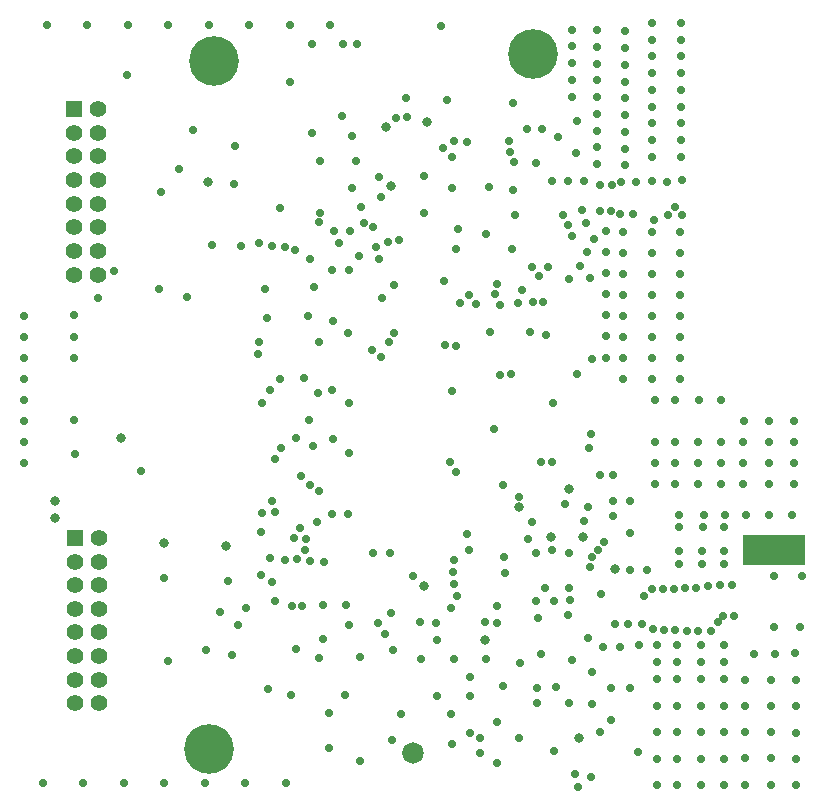
<source format=gbs>
G04*
G04 #@! TF.GenerationSoftware,Altium Limited,Altium Designer,19.1.6 (110)*
G04*
G04 Layer_Color=16711935*
%FSLAX43Y43*%
%MOMM*%
G71*
G01*
G75*
%ADD78R,5.283X2.616*%
%ADD112C,1.828*%
%ADD113C,1.403*%
%ADD114R,1.403X1.403*%
%ADD115C,4.203*%
%ADD116C,0.703*%
%ADD117C,0.803*%
D78*
X96500Y22013D02*
D03*
D112*
X65888Y4798D02*
D03*
D113*
X39300Y9000D02*
D03*
Y11000D02*
D03*
Y13000D02*
D03*
Y15000D02*
D03*
Y17000D02*
D03*
Y19000D02*
D03*
Y21000D02*
D03*
Y23000D02*
D03*
X37300Y9000D02*
D03*
Y11000D02*
D03*
Y13000D02*
D03*
Y15000D02*
D03*
Y17000D02*
D03*
Y19000D02*
D03*
Y21000D02*
D03*
X37200Y57300D02*
D03*
Y55300D02*
D03*
Y53300D02*
D03*
Y51300D02*
D03*
Y49300D02*
D03*
Y47300D02*
D03*
Y45300D02*
D03*
X39200Y59300D02*
D03*
Y57300D02*
D03*
Y55300D02*
D03*
Y53300D02*
D03*
Y51300D02*
D03*
Y49300D02*
D03*
Y47300D02*
D03*
Y45300D02*
D03*
D114*
X37300Y23000D02*
D03*
X37200Y59300D02*
D03*
D115*
X48600Y5150D02*
D03*
X49050Y63400D02*
D03*
X76100Y63950D02*
D03*
D116*
X46050Y54250D02*
D03*
X69850Y42850D02*
D03*
X40550Y45600D02*
D03*
X81750Y28300D02*
D03*
X81000Y31800D02*
D03*
X82034Y22647D02*
D03*
X81050Y21350D02*
D03*
X79100Y21750D02*
D03*
X77700Y21950D02*
D03*
X76350Y21700D02*
D03*
X75600Y22900D02*
D03*
X57950Y49750D02*
D03*
X57150Y27500D02*
D03*
X56350Y23850D02*
D03*
X56850Y22950D02*
D03*
X55850Y23000D02*
D03*
X57750Y24350D02*
D03*
X54250Y29700D02*
D03*
X56000Y31500D02*
D03*
X79350Y60371D02*
D03*
Y61788D02*
D03*
Y63206D02*
D03*
Y64624D02*
D03*
Y66041D02*
D03*
X81450Y65991D02*
D03*
Y64574D02*
D03*
Y63156D02*
D03*
Y61738D02*
D03*
Y60321D02*
D03*
Y58903D02*
D03*
Y57485D02*
D03*
Y56068D02*
D03*
Y54650D02*
D03*
X82200Y41833D02*
D03*
Y45392D02*
D03*
Y47171D02*
D03*
Y48950D02*
D03*
Y43612D02*
D03*
Y40054D02*
D03*
Y38275D02*
D03*
X79807Y58267D02*
D03*
X76850Y57650D02*
D03*
X65307Y60217D02*
D03*
X68257Y66317D02*
D03*
X55457Y61567D02*
D03*
X58050Y54950D02*
D03*
X57307Y57317D02*
D03*
X81000Y2800D02*
D03*
X69157Y8117D02*
D03*
X64907D02*
D03*
X58307Y14467D02*
D03*
X56007Y13617D02*
D03*
X45157Y12617D02*
D03*
X49557Y16767D02*
D03*
X50257Y19367D02*
D03*
X37157Y33017D02*
D03*
Y38217D02*
D03*
Y40017D02*
D03*
Y41867D02*
D03*
X48857Y47817D02*
D03*
X51350Y47750D02*
D03*
X54000D02*
D03*
X61100Y54900D02*
D03*
X54600Y50900D02*
D03*
X41657Y62167D02*
D03*
X32950Y34683D02*
D03*
Y38242D02*
D03*
Y40021D02*
D03*
Y41800D02*
D03*
Y36462D02*
D03*
Y32904D02*
D03*
Y31125D02*
D03*
Y29346D02*
D03*
X83700Y36446D02*
D03*
X86150D02*
D03*
X83700Y38225D02*
D03*
X88500D02*
D03*
X86150Y40004D02*
D03*
X83700D02*
D03*
X86150Y45342D02*
D03*
X83700Y43562D02*
D03*
X88500Y45342D02*
D03*
X86150Y47121D02*
D03*
X88500Y41783D02*
D03*
X86150D02*
D03*
X88500Y43562D02*
D03*
X86150Y48900D02*
D03*
X83700D02*
D03*
Y47121D02*
D03*
X34900Y66417D02*
D03*
X38329D02*
D03*
X41757D02*
D03*
X45186D02*
D03*
X48614D02*
D03*
X52043D02*
D03*
X55471D02*
D03*
X58900D02*
D03*
X55121Y2267D02*
D03*
X51693D02*
D03*
X48264D02*
D03*
X44836D02*
D03*
X41407D02*
D03*
X37979D02*
D03*
X34550D02*
D03*
X86400Y34667D02*
D03*
X88100D02*
D03*
X90100D02*
D03*
X92000D02*
D03*
X93900Y32887D02*
D03*
X96050D02*
D03*
X98150D02*
D03*
X86350Y31108D02*
D03*
X88050D02*
D03*
X90050D02*
D03*
X92000D02*
D03*
X93850D02*
D03*
X96000D02*
D03*
X98200D02*
D03*
Y29329D02*
D03*
X96000D02*
D03*
X93850D02*
D03*
X92000D02*
D03*
X90050D02*
D03*
X88050D02*
D03*
X86350D02*
D03*
X98200Y27550D02*
D03*
X96000D02*
D03*
X93850D02*
D03*
X92000D02*
D03*
X90050D02*
D03*
X88050D02*
D03*
X86350D02*
D03*
X86550Y2050D02*
D03*
X88250D02*
D03*
X90250D02*
D03*
X92200D02*
D03*
X94050Y2100D02*
D03*
X96200D02*
D03*
X98350D02*
D03*
X86550Y4300D02*
D03*
X88250D02*
D03*
X90250D02*
D03*
X92200D02*
D03*
X94050Y4325D02*
D03*
X96200D02*
D03*
X98350Y4312D02*
D03*
X88500Y36446D02*
D03*
X62450Y38950D02*
D03*
X60700Y57000D02*
D03*
X59200Y49000D02*
D03*
X61500Y51050D02*
D03*
X61750Y49700D02*
D03*
X60550Y49000D02*
D03*
X62538Y49350D02*
D03*
X63750Y48050D02*
D03*
X61350Y46850D02*
D03*
X60750Y52650D02*
D03*
X63200Y51850D02*
D03*
X72350Y52700D02*
D03*
X69750Y49150D02*
D03*
X72079Y48758D02*
D03*
X74550Y50300D02*
D03*
X69200Y52650D02*
D03*
X74350Y52450D02*
D03*
X74300Y47500D02*
D03*
X69550D02*
D03*
X64250Y44400D02*
D03*
X63050Y46600D02*
D03*
X68550Y44772D02*
D03*
X72807Y43693D02*
D03*
X71250Y42800D02*
D03*
X70600Y43600D02*
D03*
X73000Y44500D02*
D03*
X64750Y48200D02*
D03*
X66846Y50546D02*
D03*
X63250Y43350D02*
D03*
X68650Y39300D02*
D03*
X69500Y39250D02*
D03*
X64300Y40350D02*
D03*
X63900Y39600D02*
D03*
X63200Y38300D02*
D03*
X77150Y40150D02*
D03*
X75800Y40450D02*
D03*
X76100Y43000D02*
D03*
X80050Y46000D02*
D03*
X80650Y47250D02*
D03*
X79100Y44900D02*
D03*
X77300Y45950D02*
D03*
X75950D02*
D03*
X80900Y45000D02*
D03*
X79000Y49500D02*
D03*
X79350Y48600D02*
D03*
X80550Y49700D02*
D03*
X76600Y45200D02*
D03*
X75100Y43950D02*
D03*
X78600Y50350D02*
D03*
X79050Y53250D02*
D03*
X79700Y55575D02*
D03*
X69350Y56600D02*
D03*
X69200Y55250D02*
D03*
X74850Y6050D02*
D03*
X50750Y53000D02*
D03*
X47250Y57550D02*
D03*
X46750Y43400D02*
D03*
X44550Y52250D02*
D03*
X50850Y56150D02*
D03*
X78150Y56950D02*
D03*
X74400Y59850D02*
D03*
X68750Y60050D02*
D03*
X39250Y43300D02*
D03*
X44400Y44050D02*
D03*
X73250Y36800D02*
D03*
X76900Y43000D02*
D03*
X74750Y42900D02*
D03*
X73250Y42750D02*
D03*
X55950Y47350D02*
D03*
X57150Y46650D02*
D03*
X60450Y45650D02*
D03*
X57550Y44250D02*
D03*
X62800Y47650D02*
D03*
X59650Y48000D02*
D03*
X58000Y50550D02*
D03*
X66850Y53650D02*
D03*
X68450Y56050D02*
D03*
X70450Y56500D02*
D03*
X74200Y36850D02*
D03*
X79150Y9000D02*
D03*
X79160Y17750D02*
D03*
X81076Y11675D02*
D03*
X81051Y8915D02*
D03*
X79050Y16450D02*
D03*
X74950Y12400D02*
D03*
X73600Y21400D02*
D03*
X76300Y17650D02*
D03*
X76750Y13150D02*
D03*
X73700Y20050D02*
D03*
X77810Y17700D02*
D03*
X81700Y6550D02*
D03*
X77700Y29450D02*
D03*
X76750Y29400D02*
D03*
X78750Y25850D02*
D03*
X84100Y15700D02*
D03*
X85250D02*
D03*
X83000D02*
D03*
X79650Y3050D02*
D03*
X79900Y1950D02*
D03*
X53650Y10200D02*
D03*
X51100Y15600D02*
D03*
X62500Y21750D02*
D03*
X56750Y22000D02*
D03*
X53037Y19867D02*
D03*
X55650Y17250D02*
D03*
X55050Y21100D02*
D03*
X53800Y21300D02*
D03*
X42850Y28650D02*
D03*
X37250Y30100D02*
D03*
X48400Y13500D02*
D03*
X44800Y19600D02*
D03*
X53025Y23500D02*
D03*
X62950Y15800D02*
D03*
X63500Y14900D02*
D03*
X60200Y17350D02*
D03*
X50600Y13050D02*
D03*
X60450Y15600D02*
D03*
X54000Y19250D02*
D03*
X54200Y17700D02*
D03*
X56500Y17250D02*
D03*
X55550Y9700D02*
D03*
X57950Y12850D02*
D03*
X52900Y47950D02*
D03*
X52800Y38550D02*
D03*
X53800Y35500D02*
D03*
X53100Y34450D02*
D03*
X81050Y38150D02*
D03*
X63950Y21700D02*
D03*
X57200Y21050D02*
D03*
X58750Y8150D02*
D03*
X82850Y28300D02*
D03*
X69400Y19100D02*
D03*
X58400Y21000D02*
D03*
X59100Y31400D02*
D03*
X59050Y35500D02*
D03*
X59100Y41400D02*
D03*
X59050Y45650D02*
D03*
X60425Y40350D02*
D03*
X60500Y34450D02*
D03*
Y30150D02*
D03*
X60425Y25040D02*
D03*
X81700Y50700D02*
D03*
X82650D02*
D03*
X82800Y26150D02*
D03*
Y24850D02*
D03*
X81550Y22000D02*
D03*
X77100Y18800D02*
D03*
X79150D02*
D03*
X80850Y20500D02*
D03*
X72025Y15890D02*
D03*
X69150Y17050D02*
D03*
X69600Y18100D02*
D03*
X73050Y15800D02*
D03*
Y17200D02*
D03*
X80700Y14550D02*
D03*
X54700Y30600D02*
D03*
X55050Y47650D02*
D03*
X56650Y36550D02*
D03*
X57850Y35250D02*
D03*
X57000Y41750D02*
D03*
X53500Y41650D02*
D03*
X57100Y33000D02*
D03*
X54600Y36450D02*
D03*
X57450Y30750D02*
D03*
X56400Y28250D02*
D03*
X53100Y25100D02*
D03*
X54250Y25200D02*
D03*
X53400Y44050D02*
D03*
X57900Y39550D02*
D03*
X52850D02*
D03*
X57900Y26950D02*
D03*
X53950Y26150D02*
D03*
X59075Y25040D02*
D03*
X51750Y17100D02*
D03*
X58300Y17350D02*
D03*
X56050Y21200D02*
D03*
X64050Y16650D02*
D03*
X65900Y19750D02*
D03*
X58750Y5200D02*
D03*
X61400Y4100D02*
D03*
X61450Y12950D02*
D03*
X60165Y9710D02*
D03*
X66475Y15900D02*
D03*
X64200Y13550D02*
D03*
X66550Y12750D02*
D03*
X76400Y9000D02*
D03*
X74850Y26500D02*
D03*
X77800Y4950D02*
D03*
X84950Y4900D02*
D03*
X64150Y5900D02*
D03*
X67950Y9600D02*
D03*
X69200Y5550D02*
D03*
X73050Y3950D02*
D03*
X73000Y7400D02*
D03*
X70750Y6500D02*
D03*
X79800Y36900D02*
D03*
X70450Y23300D02*
D03*
X70650Y21950D02*
D03*
X69350Y21100D02*
D03*
X69250Y20150D02*
D03*
X65400Y58650D02*
D03*
X64450Y58550D02*
D03*
X69000Y29400D02*
D03*
X71550Y4800D02*
D03*
X70725Y9600D02*
D03*
X71550Y6050D02*
D03*
X63000Y53600D02*
D03*
X69501Y28608D02*
D03*
X59900Y58750D02*
D03*
X57350Y64850D02*
D03*
X59950D02*
D03*
X61200D02*
D03*
X69200Y35400D02*
D03*
X80800Y30600D02*
D03*
X77750Y34400D02*
D03*
X72760Y32200D02*
D03*
X75550Y57650D02*
D03*
X72450Y40450D02*
D03*
X81200Y48300D02*
D03*
X74050Y56600D02*
D03*
X74150Y55650D02*
D03*
X74482Y54790D02*
D03*
X83850Y54550D02*
D03*
Y55968D02*
D03*
Y57385D02*
D03*
Y58803D02*
D03*
Y60221D02*
D03*
Y61638D02*
D03*
Y63056D02*
D03*
Y64474D02*
D03*
Y65891D02*
D03*
X86150Y55259D02*
D03*
Y56676D02*
D03*
Y58094D02*
D03*
Y59512D02*
D03*
Y60929D02*
D03*
Y62347D02*
D03*
Y63765D02*
D03*
Y65182D02*
D03*
Y66600D02*
D03*
X83700Y45342D02*
D03*
Y41783D02*
D03*
X86150Y43562D02*
D03*
Y38225D02*
D03*
X88500Y40004D02*
D03*
Y47121D02*
D03*
Y48900D02*
D03*
X88600Y66600D02*
D03*
Y65182D02*
D03*
Y63765D02*
D03*
Y62347D02*
D03*
Y60929D02*
D03*
Y59512D02*
D03*
Y58094D02*
D03*
Y56676D02*
D03*
Y55259D02*
D03*
X88650Y53300D02*
D03*
X87400Y53150D02*
D03*
X86300Y49900D02*
D03*
X86150Y53200D02*
D03*
X84750Y53150D02*
D03*
X83500Y53100D02*
D03*
X82750Y52850D02*
D03*
X81750D02*
D03*
X88650Y50300D02*
D03*
X88100Y51050D02*
D03*
X87450Y50300D02*
D03*
X84550Y50400D02*
D03*
X83450D02*
D03*
X80177Y50723D02*
D03*
X77650Y53250D02*
D03*
X80350D02*
D03*
X76350Y54750D02*
D03*
X98350Y6525D02*
D03*
X96200Y6550D02*
D03*
X94050D02*
D03*
X92200Y6550D02*
D03*
X90250D02*
D03*
X88250D02*
D03*
X86550D02*
D03*
X98350Y8738D02*
D03*
X96200Y8775D02*
D03*
X94050D02*
D03*
X92200Y8800D02*
D03*
X90250D02*
D03*
X88250D02*
D03*
X86550D02*
D03*
X98350Y10950D02*
D03*
X96200Y11000D02*
D03*
X94050D02*
D03*
X86550Y11050D02*
D03*
X88250D02*
D03*
X90250D02*
D03*
X92200D02*
D03*
X86550Y12475D02*
D03*
X88250D02*
D03*
X90250D02*
D03*
X92200D02*
D03*
X86550Y13900D02*
D03*
X92200D02*
D03*
X90250D02*
D03*
X88250D02*
D03*
X85050D02*
D03*
X98250Y13250D02*
D03*
X94750Y13200D02*
D03*
X98650Y15500D02*
D03*
X96500Y15450D02*
D03*
X96450Y19800D02*
D03*
X98400Y21860D02*
D03*
X94750Y22890D02*
D03*
X98850Y19800D02*
D03*
X97950Y24950D02*
D03*
X96000D02*
D03*
X94100D02*
D03*
X92250Y20830D02*
D03*
X92200Y21860D02*
D03*
X92250Y23920D02*
D03*
X92300Y24950D02*
D03*
X90400Y21860D02*
D03*
X90450Y23920D02*
D03*
X90500Y24950D02*
D03*
X88450D02*
D03*
Y23920D02*
D03*
Y21860D02*
D03*
Y20830D02*
D03*
X93050Y16350D02*
D03*
X92150D02*
D03*
X91700Y15900D02*
D03*
X91100Y15150D02*
D03*
X90050Y15100D02*
D03*
X89100Y15150D02*
D03*
X88100Y15200D02*
D03*
X87150D02*
D03*
X86200Y15250D02*
D03*
X92950Y19000D02*
D03*
X91900D02*
D03*
X90850Y18950D02*
D03*
X89850Y18800D02*
D03*
X88900Y18750D02*
D03*
X88000Y18700D02*
D03*
X87050D02*
D03*
X86150Y18650D02*
D03*
X85500Y18050D02*
D03*
X90350Y20830D02*
D03*
X96510Y22890D02*
D03*
Y13200D02*
D03*
X81823Y18227D02*
D03*
X75950Y24350D02*
D03*
X76460Y16250D02*
D03*
X73550Y27514D02*
D03*
X67850Y15800D02*
D03*
X70725Y11209D02*
D03*
X72100Y12750D02*
D03*
X69350D02*
D03*
X67915Y14350D02*
D03*
X84250Y20300D02*
D03*
X80700Y25650D02*
D03*
X80350Y24400D02*
D03*
X82000Y13800D02*
D03*
X84300Y26150D02*
D03*
Y23450D02*
D03*
X83400Y13800D02*
D03*
X78000Y10350D02*
D03*
X84250Y10300D02*
D03*
X82650D02*
D03*
Y7550D02*
D03*
X79400Y12700D02*
D03*
X76420Y10325D02*
D03*
X73550Y10500D02*
D03*
X85688Y20270D02*
D03*
D117*
X48550Y53175D02*
D03*
X50100Y22350D02*
D03*
X35550Y26100D02*
D03*
X79150Y27150D02*
D03*
X41150Y31500D02*
D03*
X44800Y22600D02*
D03*
X35600Y24650D02*
D03*
X64050Y52800D02*
D03*
X83000Y20350D02*
D03*
X80300Y23100D02*
D03*
X66800Y18900D02*
D03*
X79950Y6050D02*
D03*
X63600Y57800D02*
D03*
X74850Y25600D02*
D03*
X67100Y58200D02*
D03*
X72025Y14329D02*
D03*
X77626Y23100D02*
D03*
M02*

</source>
